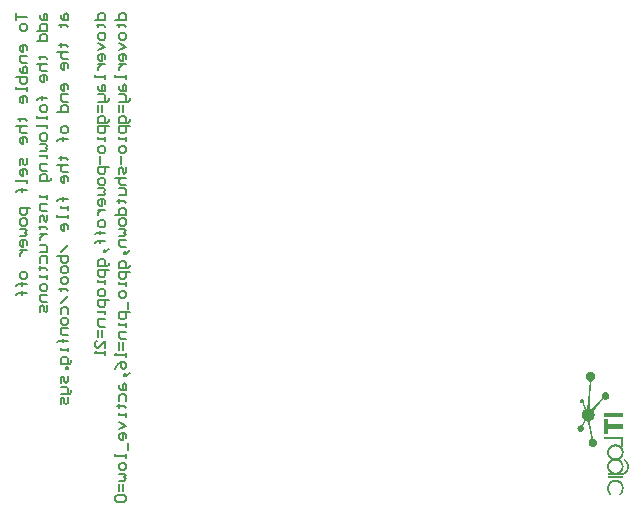
<source format=gbo>
G04*
G04 #@! TF.GenerationSoftware,Altium Limited,Altium Designer,19.1.8 (144)*
G04*
G04 Layer_Color=13813960*
%FSLAX25Y25*%
%MOIN*%
G70*
G01*
G75*
%ADD11C,0.00591*%
G36*
X237910Y71711D02*
X237940D01*
Y71681D01*
X238063D01*
Y71650D01*
X238185D01*
Y71589D01*
X238277D01*
Y71558D01*
X238369D01*
Y71528D01*
X238399D01*
Y71467D01*
X238491D01*
Y71436D01*
X238522D01*
Y71405D01*
X238552D01*
Y71375D01*
X238583D01*
Y71344D01*
X238644D01*
Y71314D01*
X238705D01*
Y71252D01*
X238736D01*
Y71191D01*
X238766D01*
Y71161D01*
X238797D01*
Y71130D01*
X238827D01*
Y71100D01*
X238858D01*
Y71008D01*
X238919D01*
Y70977D01*
X238950D01*
Y70885D01*
X239011D01*
Y70763D01*
X239042D01*
Y70671D01*
X239072D01*
Y70518D01*
X239103D01*
Y70488D01*
X239133D01*
Y69876D01*
X239072D01*
Y69723D01*
X239042D01*
Y69600D01*
X239011D01*
Y69509D01*
X238950D01*
Y69417D01*
X238919D01*
Y69325D01*
X238858D01*
Y69233D01*
X238827D01*
Y69203D01*
X238797D01*
Y69172D01*
X238766D01*
Y69142D01*
X238736D01*
Y69111D01*
X238705D01*
Y69080D01*
X238674D01*
Y69050D01*
X238644D01*
Y69019D01*
X238613D01*
Y68989D01*
X238583D01*
Y68958D01*
X238552D01*
Y68927D01*
X238522D01*
Y68897D01*
X238491D01*
Y68866D01*
X238399D01*
Y68836D01*
X238307D01*
Y68774D01*
X238216D01*
Y68744D01*
X238154D01*
Y68683D01*
X238063D01*
Y68652D01*
X237971D01*
Y68591D01*
X237940D01*
Y68560D01*
X237910D01*
Y68499D01*
X237879D01*
Y68377D01*
X237848D01*
Y68193D01*
X237818D01*
Y68163D01*
X237787D01*
Y67857D01*
X237757D01*
Y67520D01*
X237696D01*
Y67153D01*
X237665D01*
Y66725D01*
X237634D01*
Y66296D01*
X237573D01*
Y65807D01*
X237543D01*
Y65348D01*
X237512D01*
Y65317D01*
X237481D01*
Y64828D01*
X237451D01*
Y64308D01*
X237420D01*
Y63635D01*
X237359D01*
Y62901D01*
X237328D01*
Y62105D01*
X237298D01*
Y62075D01*
X237267D01*
Y61157D01*
X237237D01*
Y59658D01*
X237267D01*
Y59535D01*
X237328D01*
Y59444D01*
X237359D01*
Y59382D01*
X237481D01*
Y59352D01*
X237757D01*
Y59413D01*
X237818D01*
Y59444D01*
X237879D01*
Y59474D01*
X237910D01*
Y59505D01*
X237940D01*
Y59535D01*
X238032D01*
Y59566D01*
X238063D01*
Y59627D01*
X238093D01*
Y59658D01*
X238154D01*
Y59688D01*
X238246D01*
Y59750D01*
X238277D01*
Y59780D01*
X238307D01*
Y59811D01*
X238338D01*
Y59841D01*
X238369D01*
Y59872D01*
X238399D01*
Y59902D01*
X238430D01*
Y59933D01*
X238460D01*
Y59964D01*
X238491D01*
Y59994D01*
X238522D01*
Y60025D01*
X238552D01*
Y60055D01*
X238583D01*
Y60086D01*
X238613D01*
Y60117D01*
X238644D01*
Y60147D01*
X238674D01*
Y60178D01*
X238705D01*
Y60208D01*
X238736D01*
Y60239D01*
X238766D01*
Y60270D01*
X238797D01*
Y60300D01*
X238889D01*
Y60361D01*
X238919D01*
Y60392D01*
X238950D01*
Y60422D01*
X239011D01*
Y60484D01*
X239042D01*
Y60514D01*
X239103D01*
Y60575D01*
X239133D01*
Y60606D01*
X239194D01*
Y60637D01*
X239225D01*
Y60698D01*
X239256D01*
Y60759D01*
X239286D01*
Y60790D01*
X239317D01*
Y60820D01*
X239348D01*
Y60851D01*
X239378D01*
Y60881D01*
X239409D01*
Y60912D01*
X239439D01*
Y60943D01*
X239470D01*
Y60973D01*
X239500D01*
Y61004D01*
X239531D01*
Y61034D01*
X239562D01*
Y61065D01*
X239592D01*
Y61096D01*
X239623D01*
Y61126D01*
X239653D01*
Y61157D01*
X239684D01*
Y61187D01*
X239715D01*
Y61218D01*
X239745D01*
Y61248D01*
X239776D01*
Y61279D01*
X239806D01*
Y61310D01*
X239837D01*
Y61340D01*
X239868D01*
Y61371D01*
X239898D01*
Y61401D01*
X239929D01*
Y61432D01*
X239959D01*
Y61463D01*
X239990D01*
Y61493D01*
X240021D01*
Y61524D01*
X240051D01*
Y61554D01*
X240082D01*
Y61585D01*
X240112D01*
Y61677D01*
X240174D01*
Y61707D01*
X240204D01*
Y61738D01*
X240235D01*
Y61769D01*
X240265D01*
Y61799D01*
X240296D01*
Y61830D01*
X240326D01*
Y61891D01*
X240388D01*
Y61922D01*
X240418D01*
Y61952D01*
X240449D01*
Y61983D01*
X240479D01*
Y62013D01*
X240510D01*
Y62044D01*
X240541D01*
Y62105D01*
X240571D01*
Y62136D01*
X240602D01*
Y62197D01*
X240632D01*
Y62227D01*
X240694D01*
Y62289D01*
X240724D01*
Y62319D01*
X240755D01*
Y62350D01*
X240816D01*
Y62411D01*
X240846D01*
Y62442D01*
X240908D01*
Y62533D01*
X240938D01*
Y62564D01*
X240969D01*
Y62595D01*
X241000D01*
Y62625D01*
X241030D01*
Y62656D01*
X241061D01*
Y62686D01*
X241091D01*
Y62717D01*
X241122D01*
Y62748D01*
X241153D01*
Y62778D01*
X241183D01*
Y62809D01*
X241214D01*
Y62870D01*
X241244D01*
Y62901D01*
X241275D01*
Y62992D01*
X241336D01*
Y63145D01*
X241305D01*
Y63176D01*
X241275D01*
Y63298D01*
X241244D01*
Y63451D01*
X241214D01*
Y63818D01*
X241244D01*
Y64033D01*
X241275D01*
Y64155D01*
X241336D01*
Y64247D01*
X241367D01*
Y64338D01*
X241428D01*
Y64369D01*
X241458D01*
Y64461D01*
X241489D01*
Y64491D01*
X241550D01*
Y64553D01*
X241581D01*
Y64583D01*
X241642D01*
Y64644D01*
X241673D01*
Y64675D01*
X241764D01*
Y64705D01*
X241795D01*
Y64736D01*
X241887D01*
Y64797D01*
X241979D01*
Y64828D01*
X242070D01*
Y64889D01*
X242223D01*
Y64920D01*
X242774D01*
Y64889D01*
X242896D01*
Y64828D01*
X243049D01*
Y64797D01*
X243110D01*
Y64767D01*
X243172D01*
Y64705D01*
X243263D01*
Y64675D01*
X243294D01*
Y64644D01*
X243325D01*
Y64614D01*
X243355D01*
Y64583D01*
X243386D01*
Y64553D01*
X243416D01*
Y64491D01*
X243478D01*
Y64461D01*
X243508D01*
Y64430D01*
X243539D01*
Y64400D01*
X243569D01*
Y64338D01*
X243600D01*
Y64277D01*
X243631D01*
Y64216D01*
X243661D01*
Y64186D01*
X243692D01*
Y64063D01*
X243722D01*
Y63941D01*
X243783D01*
Y63329D01*
X243722D01*
Y63206D01*
X243692D01*
Y63115D01*
X243631D01*
Y63023D01*
X243600D01*
Y62962D01*
X243569D01*
Y62870D01*
X243508D01*
Y62809D01*
X243478D01*
Y62778D01*
X243416D01*
Y62717D01*
X243386D01*
Y62686D01*
X243355D01*
Y62656D01*
X243294D01*
Y62595D01*
X243263D01*
Y62625D01*
X243202D01*
Y62564D01*
X243172D01*
Y62533D01*
X243080D01*
Y62472D01*
X242988D01*
Y62442D01*
X242866D01*
Y62380D01*
X242835D01*
Y62411D01*
X242652D01*
Y62350D01*
X242315D01*
Y62411D01*
X242131D01*
Y62442D01*
X242009D01*
Y62472D01*
X241917D01*
Y62533D01*
X241703D01*
Y62472D01*
X241673D01*
Y62442D01*
X241581D01*
Y62380D01*
X241520D01*
Y62350D01*
X241489D01*
Y62319D01*
X241458D01*
Y62258D01*
X241397D01*
Y62227D01*
X241367D01*
Y62136D01*
X241336D01*
Y62105D01*
X241305D01*
Y62075D01*
X241275D01*
Y62044D01*
X241244D01*
Y62013D01*
X241183D01*
Y61952D01*
X241153D01*
Y61922D01*
X241122D01*
Y61891D01*
X241091D01*
Y61860D01*
X241061D01*
Y61799D01*
X241030D01*
Y61769D01*
X241000D01*
Y61738D01*
X240969D01*
Y61707D01*
X240938D01*
Y61677D01*
X240908D01*
Y61646D01*
X240877D01*
Y61616D01*
X240846D01*
Y61585D01*
X240816D01*
Y61493D01*
X240755D01*
Y61432D01*
X240724D01*
Y61401D01*
X240663D01*
Y61371D01*
X240632D01*
Y61279D01*
X240602D01*
Y61248D01*
X240571D01*
Y61218D01*
X240541D01*
Y61187D01*
X240510D01*
Y61157D01*
X240479D01*
Y61126D01*
X240449D01*
Y61096D01*
X240418D01*
Y61034D01*
X240388D01*
Y60973D01*
X240326D01*
Y60943D01*
X240296D01*
Y60881D01*
X240235D01*
Y60851D01*
X240204D01*
Y60759D01*
X240174D01*
Y60728D01*
X240112D01*
Y60667D01*
X240082D01*
Y60637D01*
X240021D01*
Y60575D01*
X239990D01*
Y60514D01*
X239959D01*
Y60484D01*
X239929D01*
Y60453D01*
X239898D01*
Y60422D01*
X239868D01*
Y60392D01*
X239837D01*
Y60361D01*
X239806D01*
Y60331D01*
X239776D01*
Y60300D01*
X239745D01*
Y60270D01*
X239715D01*
Y60208D01*
X239684D01*
Y60178D01*
X239653D01*
Y60117D01*
X239592D01*
Y60086D01*
X239562D01*
Y59994D01*
X239531D01*
Y59964D01*
X239500D01*
Y59933D01*
X239470D01*
Y59902D01*
X239439D01*
Y59841D01*
X239409D01*
Y59811D01*
X239378D01*
Y59780D01*
X239348D01*
Y59688D01*
X239286D01*
Y59658D01*
X239256D01*
Y59597D01*
X239225D01*
Y59535D01*
X239194D01*
Y59505D01*
X239164D01*
Y59474D01*
X239133D01*
Y59382D01*
X239072D01*
Y59352D01*
X239042D01*
Y59260D01*
X239011D01*
Y59229D01*
X238950D01*
Y59138D01*
X238919D01*
Y59107D01*
X238889D01*
Y59076D01*
X238858D01*
Y59015D01*
X238827D01*
Y58954D01*
X238797D01*
Y58893D01*
X238766D01*
Y58862D01*
X238736D01*
Y58832D01*
X238705D01*
Y58740D01*
X238644D01*
Y58709D01*
X238613D01*
Y58587D01*
X238583D01*
Y58465D01*
X238613D01*
Y58373D01*
X238644D01*
Y58312D01*
X238674D01*
Y58281D01*
X238705D01*
Y58189D01*
X238736D01*
Y58067D01*
X238797D01*
Y57945D01*
X238827D01*
Y57730D01*
X238858D01*
Y57027D01*
X238827D01*
Y56813D01*
X238797D01*
Y56690D01*
X238736D01*
Y56568D01*
X238705D01*
Y56476D01*
X238644D01*
Y56384D01*
X238613D01*
Y56323D01*
X238583D01*
Y56231D01*
X238522D01*
Y56170D01*
X238491D01*
Y56109D01*
X238460D01*
Y56078D01*
X238430D01*
Y56048D01*
X238399D01*
Y56017D01*
X238369D01*
Y55986D01*
X238338D01*
Y55956D01*
X238307D01*
Y55925D01*
X238277D01*
Y55895D01*
X238246D01*
Y55864D01*
X238216D01*
Y55834D01*
X238185D01*
Y55803D01*
X238154D01*
Y55772D01*
X238124D01*
Y55742D01*
X238093D01*
Y55711D01*
X238063D01*
Y55681D01*
X238032D01*
Y55650D01*
X238001D01*
Y55619D01*
X237910D01*
Y55589D01*
X237879D01*
Y55528D01*
X237848D01*
Y55558D01*
X237787D01*
Y55497D01*
X237696D01*
Y55467D01*
X237634D01*
Y55405D01*
X237543D01*
Y55375D01*
X237512D01*
Y55344D01*
X237481D01*
Y55283D01*
X237451D01*
Y54182D01*
X237481D01*
Y53814D01*
X237512D01*
Y53784D01*
X237543D01*
Y53509D01*
X237573D01*
Y53203D01*
X237604D01*
Y53172D01*
X237634D01*
Y52927D01*
X237665D01*
Y52652D01*
X237696D01*
Y52407D01*
X237726D01*
Y52377D01*
X237757D01*
Y52162D01*
X237787D01*
Y51918D01*
X237818D01*
Y51887D01*
X237848D01*
Y51642D01*
X237879D01*
Y51428D01*
X237910D01*
Y51245D01*
X237940D01*
Y51214D01*
X237971D01*
Y51000D01*
X238001D01*
Y50786D01*
X238063D01*
Y50572D01*
X238093D01*
Y50419D01*
X238124D01*
Y50388D01*
X238154D01*
Y50235D01*
X238185D01*
Y50082D01*
X238216D01*
Y49899D01*
X238277D01*
Y49776D01*
X238307D01*
Y49654D01*
X238338D01*
Y49623D01*
X238369D01*
Y49501D01*
X238399D01*
Y49470D01*
X238430D01*
Y49440D01*
X238460D01*
Y49409D01*
X238491D01*
Y49378D01*
X238613D01*
Y49317D01*
X238797D01*
Y49287D01*
X238858D01*
Y49256D01*
X238950D01*
Y49226D01*
X238980D01*
Y49195D01*
X239011D01*
Y49164D01*
X239072D01*
Y49134D01*
X239133D01*
Y49073D01*
X239164D01*
Y49042D01*
X239225D01*
Y48981D01*
X239256D01*
Y48950D01*
X239286D01*
Y48920D01*
X239348D01*
Y48858D01*
X239378D01*
Y48797D01*
X239409D01*
Y48767D01*
X239439D01*
Y48736D01*
X239470D01*
Y48644D01*
X239500D01*
Y48583D01*
X239531D01*
Y48553D01*
X239562D01*
Y48430D01*
X239592D01*
Y48277D01*
X239623D01*
Y48246D01*
X239653D01*
Y47788D01*
X239592D01*
Y47604D01*
X239562D01*
Y47482D01*
X239500D01*
Y47390D01*
X239470D01*
Y47329D01*
X239439D01*
Y47237D01*
X239378D01*
Y47176D01*
X239348D01*
Y47145D01*
X239317D01*
Y47115D01*
X239286D01*
Y47053D01*
X239256D01*
Y47023D01*
X239225D01*
Y46992D01*
X239133D01*
Y46931D01*
X239072D01*
Y46870D01*
X239042D01*
Y46839D01*
X238950D01*
Y46809D01*
X238858D01*
Y46778D01*
X238797D01*
Y46717D01*
X238644D01*
Y46686D01*
X238491D01*
Y46625D01*
X238032D01*
Y46686D01*
X237848D01*
Y46717D01*
X237726D01*
Y46778D01*
X237665D01*
Y46747D01*
X237634D01*
Y46809D01*
X237543D01*
Y46839D01*
X237512D01*
Y46900D01*
X237420D01*
Y46931D01*
X237390D01*
Y46962D01*
X237328D01*
Y47023D01*
X237298D01*
Y47053D01*
X237237D01*
Y47115D01*
X237206D01*
Y47145D01*
X237175D01*
Y47176D01*
X237114D01*
Y47267D01*
X237084D01*
Y47298D01*
X237053D01*
Y47329D01*
X237022D01*
Y47390D01*
X236992D01*
Y47512D01*
X236961D01*
Y47635D01*
X236931D01*
Y47665D01*
X236900D01*
Y47879D01*
X236870D01*
Y48216D01*
X236900D01*
Y48430D01*
X236931D01*
Y48461D01*
X236961D01*
Y48583D01*
X236992D01*
Y48644D01*
X237022D01*
Y48736D01*
X237084D01*
Y48828D01*
X237114D01*
Y48858D01*
X237145D01*
Y48889D01*
X237175D01*
Y48920D01*
X237206D01*
Y48981D01*
X237237D01*
Y49042D01*
X237298D01*
Y49073D01*
X237390D01*
Y49134D01*
X237420D01*
Y49164D01*
X237451D01*
Y49195D01*
X237543D01*
Y49256D01*
X237634D01*
Y49348D01*
X237665D01*
Y49715D01*
X237634D01*
Y50021D01*
X237604D01*
Y50296D01*
X237573D01*
Y50327D01*
X237543D01*
Y50572D01*
X237512D01*
Y50877D01*
X237451D01*
Y51122D01*
X237420D01*
Y51367D01*
X237390D01*
Y51612D01*
X237359D01*
Y51642D01*
X237328D01*
Y51856D01*
X237298D01*
Y52101D01*
X237267D01*
Y52132D01*
X237237D01*
Y52315D01*
X237206D01*
Y52591D01*
X237175D01*
Y52774D01*
X237145D01*
Y52805D01*
X237114D01*
Y52958D01*
X237084D01*
Y53172D01*
X237053D01*
Y53203D01*
X237022D01*
Y53355D01*
X236992D01*
Y53570D01*
X236961D01*
Y53692D01*
X236931D01*
Y53753D01*
X236900D01*
Y53906D01*
X236870D01*
Y54090D01*
X236808D01*
Y54243D01*
X236778D01*
Y54365D01*
X236747D01*
Y54396D01*
X236717D01*
Y54549D01*
X236686D01*
Y54671D01*
X236655D01*
Y54793D01*
X236625D01*
Y54824D01*
X236594D01*
Y54946D01*
X236563D01*
Y55069D01*
X236502D01*
Y55160D01*
X236472D01*
Y55191D01*
X236441D01*
Y55252D01*
X236349D01*
Y55283D01*
X236227D01*
Y55344D01*
X236074D01*
Y55375D01*
X235860D01*
Y55283D01*
X235829D01*
Y55252D01*
X235799D01*
Y55222D01*
X235768D01*
Y55160D01*
X235737D01*
Y55069D01*
X235707D01*
Y55038D01*
X235676D01*
Y55008D01*
X235646D01*
Y54946D01*
X235615D01*
Y54855D01*
X235554D01*
Y54763D01*
X235523D01*
Y54732D01*
X235493D01*
Y54702D01*
X235462D01*
Y54640D01*
X235432D01*
Y54549D01*
X235401D01*
Y54488D01*
X235370D01*
Y54457D01*
X235340D01*
Y54365D01*
X235309D01*
Y54304D01*
X235279D01*
Y54273D01*
X235248D01*
Y54212D01*
X235217D01*
Y54120D01*
X235187D01*
Y54059D01*
X235156D01*
Y54029D01*
X235126D01*
Y53906D01*
X235095D01*
Y53814D01*
X235034D01*
Y53692D01*
X235003D01*
Y53447D01*
X235034D01*
Y53417D01*
X235095D01*
Y53325D01*
X235126D01*
Y53233D01*
X235187D01*
Y53141D01*
X235217D01*
Y52927D01*
X235248D01*
Y52652D01*
X235217D01*
Y52499D01*
X235187D01*
Y52377D01*
X235126D01*
Y52285D01*
X235095D01*
Y52193D01*
X235034D01*
Y52162D01*
X235003D01*
Y52101D01*
X234973D01*
Y52071D01*
X234911D01*
Y52009D01*
X234881D01*
Y51979D01*
X234820D01*
Y51948D01*
X234789D01*
Y51918D01*
X234697D01*
Y51856D01*
X234606D01*
Y51826D01*
X234544D01*
Y51765D01*
X234361D01*
Y51734D01*
X234024D01*
Y51765D01*
X233841D01*
Y51826D01*
X233718D01*
Y51856D01*
X233627D01*
Y51887D01*
X233596D01*
Y51948D01*
X233504D01*
Y51979D01*
X233474D01*
Y52009D01*
X233443D01*
Y52040D01*
X233413D01*
Y52071D01*
X233382D01*
Y52101D01*
X233351D01*
Y52162D01*
X233321D01*
Y52193D01*
X233290D01*
Y52224D01*
X233260D01*
Y52315D01*
X233198D01*
Y52407D01*
X233168D01*
Y52530D01*
X233137D01*
Y52560D01*
X233106D01*
Y53050D01*
X233137D01*
Y53080D01*
X233168D01*
Y53203D01*
X233198D01*
Y53325D01*
X233260D01*
Y53355D01*
X233290D01*
Y53447D01*
X233321D01*
Y53478D01*
X233351D01*
Y53509D01*
X233382D01*
Y53539D01*
X233413D01*
Y53570D01*
X233474D01*
Y53631D01*
X233504D01*
Y53662D01*
X233535D01*
Y53692D01*
X233627D01*
Y53753D01*
X233718D01*
Y53784D01*
X233810D01*
Y53845D01*
X233841D01*
Y53814D01*
X233932D01*
Y53876D01*
X234544D01*
Y53906D01*
X234575D01*
Y53967D01*
X234636D01*
Y54059D01*
X234667D01*
Y54120D01*
X234697D01*
Y54212D01*
X234759D01*
Y54304D01*
X234789D01*
Y54396D01*
X234850D01*
Y54488D01*
X234881D01*
Y54549D01*
X234911D01*
Y54671D01*
X234942D01*
Y54702D01*
X234973D01*
Y54763D01*
X235003D01*
Y54855D01*
X235065D01*
Y55008D01*
X235095D01*
Y55069D01*
X235126D01*
Y55099D01*
X235156D01*
Y55160D01*
X235187D01*
Y55283D01*
X235217D01*
Y55375D01*
X235279D01*
Y55497D01*
X235309D01*
Y55589D01*
X235340D01*
Y55619D01*
X235370D01*
Y55742D01*
X235309D01*
Y55803D01*
X235279D01*
Y55834D01*
X235217D01*
Y55895D01*
X235187D01*
Y55925D01*
X235126D01*
Y55956D01*
X235095D01*
Y56048D01*
X235065D01*
Y56078D01*
X235034D01*
Y56109D01*
X235003D01*
Y56139D01*
X234973D01*
Y56231D01*
X234911D01*
Y56262D01*
X234881D01*
Y56354D01*
X234850D01*
Y56445D01*
X234789D01*
Y56537D01*
X234759D01*
Y56660D01*
X234697D01*
Y56782D01*
X234667D01*
Y56935D01*
X234636D01*
Y57271D01*
X234606D01*
Y57302D01*
X234575D01*
Y57486D01*
X234636D01*
Y57822D01*
X234667D01*
Y57975D01*
X234697D01*
Y58097D01*
X234728D01*
Y58128D01*
X234759D01*
Y58250D01*
X234789D01*
Y58342D01*
X234850D01*
Y58434D01*
X234881D01*
Y58495D01*
X234911D01*
Y58526D01*
X234942D01*
Y58556D01*
X234973D01*
Y58618D01*
X235003D01*
Y58679D01*
X235065D01*
Y58709D01*
X235095D01*
Y58771D01*
X235126D01*
Y58801D01*
X235156D01*
Y58862D01*
X235187D01*
Y58893D01*
X235217D01*
Y58924D01*
X235279D01*
Y58954D01*
X235340D01*
Y58985D01*
X235370D01*
Y59015D01*
X235401D01*
Y59046D01*
X235432D01*
Y59107D01*
X235493D01*
Y59138D01*
X235523D01*
Y59229D01*
X235493D01*
Y59382D01*
X235462D01*
Y59413D01*
X235432D01*
Y59566D01*
X235401D01*
Y59688D01*
X235370D01*
Y59841D01*
X235340D01*
Y59872D01*
X235309D01*
Y59994D01*
X235279D01*
Y60117D01*
X235217D01*
Y60239D01*
X235187D01*
Y60361D01*
X235156D01*
Y60484D01*
X235126D01*
Y60514D01*
X235095D01*
Y60637D01*
X235065D01*
Y60728D01*
X235003D01*
Y60851D01*
X234973D01*
Y60973D01*
X234911D01*
Y61065D01*
X234881D01*
Y61157D01*
X234850D01*
Y61187D01*
X234483D01*
Y61248D01*
X234361D01*
Y61279D01*
X234330D01*
Y61340D01*
X234269D01*
Y61310D01*
X234239D01*
Y61371D01*
X234208D01*
Y61401D01*
X234147D01*
Y61493D01*
X234116D01*
Y61524D01*
X234085D01*
Y61554D01*
X234055D01*
Y61616D01*
X234024D01*
Y61830D01*
X233994D01*
Y61983D01*
X234024D01*
Y62136D01*
X234055D01*
Y62227D01*
X234116D01*
Y62319D01*
X234147D01*
Y62350D01*
X234177D01*
Y62380D01*
X234208D01*
Y62411D01*
X234239D01*
Y62442D01*
X234269D01*
Y62472D01*
X234361D01*
Y62533D01*
X234453D01*
Y62564D01*
X234911D01*
Y62533D01*
X235034D01*
Y62503D01*
X235065D01*
Y62472D01*
X235095D01*
Y62442D01*
X235126D01*
Y62380D01*
X235187D01*
Y62411D01*
X235217D01*
Y62319D01*
X235248D01*
Y62289D01*
X235279D01*
Y62258D01*
X235309D01*
Y62197D01*
X235340D01*
Y62105D01*
X235401D01*
Y61677D01*
X235370D01*
Y61646D01*
X235340D01*
Y61585D01*
X235309D01*
Y61493D01*
X235248D01*
Y61432D01*
X235217D01*
Y61279D01*
X235248D01*
Y61218D01*
X235279D01*
Y61187D01*
X235309D01*
Y61065D01*
X235340D01*
Y61004D01*
X235370D01*
Y60973D01*
X235401D01*
Y60912D01*
X235432D01*
Y60790D01*
X235462D01*
Y60698D01*
X235523D01*
Y60606D01*
X235554D01*
Y60514D01*
X235615D01*
Y60392D01*
X235646D01*
Y60300D01*
X235676D01*
Y60239D01*
X235707D01*
Y60208D01*
X235737D01*
Y60147D01*
X235768D01*
Y60055D01*
X235799D01*
Y60025D01*
X235829D01*
Y59964D01*
X235860D01*
Y59841D01*
X235891D01*
Y59750D01*
X235952D01*
Y59658D01*
X235982D01*
Y59566D01*
X236044D01*
Y59535D01*
X236074D01*
Y59444D01*
X236227D01*
Y59505D01*
X236258D01*
Y59566D01*
X236288D01*
Y59658D01*
X236349D01*
Y59780D01*
X236380D01*
Y59994D01*
X236411D01*
Y60025D01*
X236441D01*
Y60300D01*
X236472D01*
Y60606D01*
X236502D01*
Y60943D01*
X236563D01*
Y61279D01*
X236594D01*
Y61616D01*
X236625D01*
Y61646D01*
X236655D01*
Y61983D01*
X236686D01*
Y62350D01*
X236717D01*
Y62748D01*
X236778D01*
Y63176D01*
X236808D01*
Y63543D01*
X236839D01*
Y63574D01*
X236870D01*
Y64002D01*
X236900D01*
Y64400D01*
X236931D01*
Y64461D01*
X236961D01*
Y64859D01*
X236992D01*
Y65317D01*
X237022D01*
Y65807D01*
X237053D01*
Y65838D01*
X237084D01*
Y66419D01*
X237114D01*
Y67184D01*
X237145D01*
Y67214D01*
X237175D01*
Y68438D01*
X237145D01*
Y68468D01*
X237114D01*
Y68591D01*
X237084D01*
Y68652D01*
X237022D01*
Y68683D01*
X236961D01*
Y68713D01*
X236931D01*
Y68744D01*
X236870D01*
Y68774D01*
X236778D01*
Y68805D01*
X236747D01*
Y68836D01*
X236717D01*
Y68866D01*
X236655D01*
Y68897D01*
X236594D01*
Y68958D01*
X236563D01*
Y68989D01*
X236472D01*
Y69019D01*
X236441D01*
Y69050D01*
X236411D01*
Y69080D01*
X236380D01*
Y69111D01*
X236349D01*
Y69203D01*
X236288D01*
Y69233D01*
X236258D01*
Y69295D01*
X236227D01*
Y69356D01*
X236196D01*
Y69386D01*
X236166D01*
Y69447D01*
X236135D01*
Y69539D01*
X236074D01*
Y69662D01*
X236044D01*
Y69784D01*
X236013D01*
Y70059D01*
X235952D01*
Y70274D01*
X235982D01*
Y70304D01*
X236013D01*
Y70579D01*
X236044D01*
Y70702D01*
X236074D01*
Y70793D01*
X236135D01*
Y70916D01*
X236166D01*
Y70977D01*
X236227D01*
Y71069D01*
X236258D01*
Y71100D01*
X236288D01*
Y71161D01*
X236319D01*
Y71191D01*
X236349D01*
Y71222D01*
X236380D01*
Y71252D01*
X236411D01*
Y71283D01*
X236441D01*
Y71314D01*
X236472D01*
Y71344D01*
X236502D01*
Y71375D01*
X236533D01*
Y71405D01*
X236563D01*
Y71436D01*
X236655D01*
Y71497D01*
X236686D01*
Y71528D01*
X236778D01*
Y71558D01*
X236870D01*
Y71589D01*
X236931D01*
Y71619D01*
X236961D01*
Y71650D01*
X237022D01*
Y71681D01*
X237206D01*
Y71742D01*
X237910D01*
Y71711D01*
D02*
G37*
G36*
X248372Y56598D02*
X248342D01*
Y56629D01*
X241917D01*
Y56598D01*
X241887D01*
Y58159D01*
X248372D01*
Y56598D01*
D02*
G37*
G36*
X241917Y56170D02*
X243202D01*
Y54426D01*
X248372D01*
Y52836D01*
X243202D01*
Y51092D01*
X241887D01*
Y56201D01*
X241917D01*
Y56170D01*
D02*
G37*
G36*
Y50174D02*
X248372D01*
Y46809D01*
X247761D01*
Y46717D01*
X247822D01*
Y46686D01*
X247852D01*
Y46656D01*
X247883D01*
Y46595D01*
X247944D01*
Y46564D01*
X247975D01*
Y46503D01*
X248036D01*
Y46411D01*
X248066D01*
Y46380D01*
X248097D01*
Y46319D01*
X248128D01*
Y46289D01*
X248158D01*
Y46258D01*
X248189D01*
Y46166D01*
X248250D01*
Y46074D01*
X248281D01*
Y46013D01*
X248311D01*
Y45921D01*
X248372D01*
Y45799D01*
X248403D01*
Y45646D01*
X248464D01*
Y45432D01*
X248495D01*
Y45187D01*
X248525D01*
Y44575D01*
X248495D01*
Y44331D01*
X248464D01*
Y44117D01*
X248434D01*
Y44086D01*
X248403D01*
Y43964D01*
X248372D01*
Y43841D01*
X248311D01*
Y43749D01*
X248281D01*
Y43688D01*
X248250D01*
Y43596D01*
X248189D01*
Y43505D01*
X248158D01*
Y43474D01*
X248128D01*
Y43443D01*
X248097D01*
Y43382D01*
X248066D01*
Y43321D01*
X248036D01*
Y43260D01*
X248005D01*
Y43229D01*
X247975D01*
Y43199D01*
X247944D01*
Y43168D01*
X247914D01*
Y43137D01*
X247883D01*
Y43107D01*
X247852D01*
Y43076D01*
X247822D01*
Y43046D01*
X247791D01*
Y43015D01*
X247761D01*
Y42985D01*
X247730D01*
Y42954D01*
X247699D01*
Y42923D01*
X247669D01*
Y42893D01*
X247638D01*
Y42862D01*
X247608D01*
Y42832D01*
X247577D01*
Y42801D01*
X247546D01*
Y42770D01*
X247455D01*
Y42740D01*
X247424D01*
Y42679D01*
X247393D01*
Y42648D01*
X247302D01*
Y42617D01*
X247271D01*
Y42587D01*
X247240D01*
Y42556D01*
X247179D01*
Y42495D01*
X247210D01*
Y42434D01*
X247302D01*
Y42403D01*
X247332D01*
Y42342D01*
X247424D01*
Y42311D01*
X247455D01*
Y42281D01*
X247516D01*
Y42220D01*
X247546D01*
Y42189D01*
X247638D01*
Y42158D01*
X247669D01*
Y42097D01*
X247730D01*
Y42067D01*
X247761D01*
Y42006D01*
X247822D01*
Y41975D01*
X247852D01*
Y41944D01*
X247883D01*
Y41853D01*
X247944D01*
Y41791D01*
X247975D01*
Y41761D01*
X248036D01*
Y41700D01*
X248066D01*
Y41638D01*
X248097D01*
Y41608D01*
X248128D01*
Y41577D01*
X248158D01*
Y41486D01*
X248189D01*
Y41424D01*
X248219D01*
Y41394D01*
X248250D01*
Y41333D01*
X248281D01*
Y41241D01*
X248311D01*
Y41180D01*
X248342D01*
Y41149D01*
X248372D01*
Y41027D01*
X248403D01*
Y40904D01*
X248464D01*
Y40721D01*
X248495D01*
Y40445D01*
X248525D01*
Y39864D01*
X248495D01*
Y39558D01*
X248464D01*
Y39405D01*
X248434D01*
Y39375D01*
X248403D01*
Y39252D01*
X248372D01*
Y39130D01*
X248311D01*
Y39038D01*
X248281D01*
Y38916D01*
X248250D01*
Y38885D01*
X248189D01*
Y38793D01*
X248158D01*
Y38702D01*
X248097D01*
Y38671D01*
X248066D01*
Y38579D01*
X248036D01*
Y38549D01*
X248005D01*
Y38518D01*
X247975D01*
Y38487D01*
X247944D01*
Y38396D01*
X247883D01*
Y38365D01*
X247852D01*
Y38334D01*
X247822D01*
Y38273D01*
X247761D01*
Y38243D01*
X247730D01*
Y38181D01*
X247669D01*
Y38151D01*
X247638D01*
Y38059D01*
X248158D01*
Y38120D01*
X248434D01*
Y38151D01*
X248556D01*
Y38181D01*
X248678D01*
Y38243D01*
X248770D01*
Y38273D01*
X248862D01*
Y38334D01*
X248892D01*
Y38365D01*
X248984D01*
Y38426D01*
X249015D01*
Y38457D01*
X249076D01*
Y38518D01*
X249107D01*
Y38549D01*
X249137D01*
Y38579D01*
X249198D01*
Y38640D01*
X249229D01*
Y38702D01*
X249260D01*
Y38732D01*
X249290D01*
Y38763D01*
X249321D01*
Y38855D01*
X249351D01*
Y38916D01*
X249382D01*
Y38946D01*
X249413D01*
Y39007D01*
X249443D01*
Y39099D01*
X249504D01*
Y39191D01*
X249535D01*
Y39313D01*
X249566D01*
Y39344D01*
X249596D01*
Y39527D01*
X249627D01*
Y39834D01*
X249657D01*
Y40323D01*
X249627D01*
Y40629D01*
X249596D01*
Y40782D01*
X249566D01*
Y40812D01*
X249535D01*
Y40935D01*
X249504D01*
Y41057D01*
X249443D01*
Y41149D01*
X249413D01*
Y41241D01*
X249351D01*
Y41333D01*
X249321D01*
Y41363D01*
X249290D01*
Y41424D01*
X249260D01*
Y41455D01*
X249229D01*
Y41486D01*
X249198D01*
Y41516D01*
X249168D01*
Y41547D01*
X249137D01*
Y41608D01*
X249107D01*
Y41669D01*
X249076D01*
Y41700D01*
X248984D01*
Y41730D01*
X248954D01*
Y41761D01*
X248923D01*
Y41791D01*
X248892D01*
Y41822D01*
X248862D01*
Y41883D01*
X248770D01*
Y41914D01*
X248709D01*
Y41975D01*
X248648D01*
Y42679D01*
X248678D01*
Y42709D01*
X248709D01*
Y42648D01*
X248801D01*
Y42617D01*
X248892D01*
Y42556D01*
X248984D01*
Y42526D01*
X249045D01*
Y42495D01*
X249076D01*
Y42465D01*
X249107D01*
Y42434D01*
X249198D01*
Y42403D01*
X249229D01*
Y42342D01*
X249321D01*
Y42311D01*
X249351D01*
Y42281D01*
X249382D01*
Y42250D01*
X249413D01*
Y42220D01*
X249443D01*
Y42189D01*
X249474D01*
Y42158D01*
X249504D01*
Y42128D01*
X249535D01*
Y42097D01*
X249566D01*
Y42067D01*
X249596D01*
Y42036D01*
X249627D01*
Y42006D01*
X249657D01*
Y41975D01*
X249688D01*
Y41883D01*
X249749D01*
Y41853D01*
X249780D01*
Y41791D01*
X249841D01*
Y41700D01*
X249871D01*
Y41638D01*
X249902D01*
Y41547D01*
X249963D01*
Y41455D01*
X249994D01*
Y41363D01*
X250055D01*
Y41241D01*
X250086D01*
Y41118D01*
X250116D01*
Y40965D01*
X250147D01*
Y40935D01*
X250177D01*
Y40721D01*
X250208D01*
Y40384D01*
X250269D01*
Y39711D01*
X250239D01*
Y39680D01*
X250208D01*
Y39375D01*
X250177D01*
Y39191D01*
X250147D01*
Y39160D01*
X250116D01*
Y39038D01*
X250086D01*
Y38916D01*
X250055D01*
Y38793D01*
X249994D01*
Y38702D01*
X249963D01*
Y38610D01*
X249902D01*
Y38518D01*
X249871D01*
Y38457D01*
X249841D01*
Y38426D01*
X249810D01*
Y38396D01*
X249780D01*
Y38304D01*
X249749D01*
Y38273D01*
X249688D01*
Y38243D01*
X249657D01*
Y38151D01*
X249627D01*
Y38120D01*
X249596D01*
Y38090D01*
X249566D01*
Y38059D01*
X249535D01*
Y38028D01*
X249504D01*
Y37998D01*
X249474D01*
Y37967D01*
X249443D01*
Y37937D01*
X249351D01*
Y37876D01*
X249321D01*
Y37845D01*
X249260D01*
Y37814D01*
X249198D01*
Y37784D01*
X249168D01*
Y37753D01*
X249137D01*
Y37723D01*
X249045D01*
Y37692D01*
X248984D01*
Y37631D01*
X248892D01*
Y37600D01*
X248740D01*
Y37570D01*
X248617D01*
Y37508D01*
X248495D01*
Y37478D01*
X248281D01*
Y37417D01*
X247883D01*
Y37386D01*
X243172D01*
Y38059D01*
X243936D01*
Y38151D01*
X243906D01*
Y38181D01*
X243875D01*
Y38212D01*
X243845D01*
Y38243D01*
X243814D01*
Y38273D01*
X243783D01*
Y38304D01*
X243753D01*
Y38334D01*
X243722D01*
Y38365D01*
X243692D01*
Y38396D01*
X243661D01*
Y38487D01*
X243600D01*
Y38518D01*
X243569D01*
Y38579D01*
X243508D01*
Y38671D01*
X243478D01*
Y38702D01*
X243447D01*
Y38793D01*
X243386D01*
Y38824D01*
X243355D01*
Y38916D01*
X243294D01*
Y39007D01*
X243263D01*
Y39099D01*
X243233D01*
Y39222D01*
X243172D01*
Y39344D01*
X243141D01*
Y39527D01*
X243080D01*
Y39742D01*
X243049D01*
Y40568D01*
X243080D01*
Y40751D01*
X243110D01*
Y40782D01*
X243141D01*
Y40935D01*
X243172D01*
Y41057D01*
X243202D01*
Y41088D01*
X243233D01*
Y41210D01*
X243263D01*
Y41271D01*
X243294D01*
Y41363D01*
X243355D01*
Y41455D01*
X243386D01*
Y41486D01*
X243416D01*
Y41516D01*
X243447D01*
Y41577D01*
X243478D01*
Y41638D01*
X243508D01*
Y41700D01*
X243539D01*
Y41730D01*
X243569D01*
Y41761D01*
X243600D01*
Y41791D01*
X243631D01*
Y41822D01*
X243661D01*
Y41883D01*
X243692D01*
Y41914D01*
X243722D01*
Y41975D01*
X243783D01*
Y42006D01*
X243814D01*
Y42036D01*
X243845D01*
Y42067D01*
X243875D01*
Y42097D01*
X243906D01*
Y42128D01*
X243936D01*
Y42189D01*
X243998D01*
Y42220D01*
X244089D01*
Y42281D01*
X244120D01*
Y42311D01*
X244151D01*
Y42342D01*
X244242D01*
Y42403D01*
X244303D01*
Y42434D01*
X244395D01*
Y42495D01*
X244426D01*
Y42556D01*
X244334D01*
Y42587D01*
X244303D01*
Y42648D01*
X244212D01*
Y42679D01*
X244181D01*
Y42709D01*
X244151D01*
Y42740D01*
X244120D01*
Y42770D01*
X244028D01*
Y42832D01*
X243998D01*
Y42862D01*
X243936D01*
Y42893D01*
X243906D01*
Y42954D01*
X243875D01*
Y42985D01*
X243814D01*
Y43046D01*
X243783D01*
Y43076D01*
X243722D01*
Y43107D01*
X243692D01*
Y43168D01*
X243661D01*
Y43199D01*
X243600D01*
Y43229D01*
X243569D01*
Y43321D01*
X243539D01*
Y43352D01*
X243508D01*
Y43382D01*
X243478D01*
Y43443D01*
X243447D01*
Y43505D01*
X243386D01*
Y43596D01*
X243355D01*
Y43658D01*
X243325D01*
Y43688D01*
X243294D01*
Y43749D01*
X243263D01*
Y43841D01*
X243233D01*
Y43964D01*
X243172D01*
Y44086D01*
X243141D01*
Y44239D01*
X243080D01*
Y44484D01*
X243049D01*
Y45279D01*
X243080D01*
Y45524D01*
X243141D01*
Y45707D01*
X243172D01*
Y45830D01*
X243233D01*
Y45921D01*
X243263D01*
Y45983D01*
X243294D01*
Y46074D01*
X243355D01*
Y46166D01*
X243386D01*
Y46258D01*
X243447D01*
Y46350D01*
X243478D01*
Y46380D01*
X243508D01*
Y46411D01*
X243539D01*
Y46442D01*
X243569D01*
Y46503D01*
X243600D01*
Y46564D01*
X243661D01*
Y46595D01*
X243692D01*
Y46625D01*
X243722D01*
Y46686D01*
X243783D01*
Y46717D01*
X243814D01*
Y46747D01*
X243845D01*
Y46778D01*
X243875D01*
Y46809D01*
X243906D01*
Y46839D01*
X243936D01*
Y46900D01*
X243998D01*
Y46931D01*
X244028D01*
Y46962D01*
X244059D01*
Y46992D01*
X244089D01*
Y47023D01*
X244181D01*
Y47084D01*
X244212D01*
Y47115D01*
X244242D01*
Y47145D01*
X244334D01*
Y47176D01*
X244426D01*
Y47237D01*
X244457D01*
Y47267D01*
X244548D01*
Y47329D01*
X244640D01*
Y47359D01*
X244762D01*
Y47390D01*
X244885D01*
Y47451D01*
X245038D01*
Y47482D01*
X245191D01*
Y47543D01*
X245466D01*
Y47574D01*
X246139D01*
Y47543D01*
X246384D01*
Y47482D01*
X246567D01*
Y47451D01*
X246720D01*
Y47420D01*
X246751D01*
Y47390D01*
X246812D01*
Y47359D01*
X246935D01*
Y47329D01*
X247026D01*
Y47267D01*
X247118D01*
Y47237D01*
X247179D01*
Y47176D01*
X247240D01*
Y47145D01*
X247332D01*
Y47115D01*
X247393D01*
Y47053D01*
X247424D01*
Y47023D01*
X247516D01*
Y46992D01*
X247546D01*
Y46931D01*
X247608D01*
Y46900D01*
X247699D01*
Y49501D01*
X241887D01*
Y50204D01*
X241917D01*
Y50174D01*
D02*
G37*
G36*
X248372Y36193D02*
X243172D01*
Y36866D01*
X248372D01*
Y36193D01*
D02*
G37*
G36*
X246170Y35703D02*
X246445D01*
Y35673D01*
X246598D01*
Y35612D01*
X246720D01*
Y35581D01*
X246873D01*
Y35550D01*
X246935D01*
Y35520D01*
X246965D01*
Y35489D01*
X247026D01*
Y35459D01*
X247118D01*
Y35397D01*
X247210D01*
Y35367D01*
X247240D01*
Y35336D01*
X247332D01*
Y35306D01*
X247363D01*
Y35275D01*
X247393D01*
Y35245D01*
X247424D01*
Y35183D01*
X247516D01*
Y35153D01*
X247546D01*
Y35122D01*
X247608D01*
Y35061D01*
X247638D01*
Y35030D01*
X247669D01*
Y35000D01*
X247730D01*
Y34939D01*
X247761D01*
Y34908D01*
X247822D01*
Y34847D01*
X247852D01*
Y34816D01*
X247883D01*
Y34786D01*
X247944D01*
Y34725D01*
X247975D01*
Y34663D01*
X248005D01*
Y34633D01*
X248036D01*
Y34602D01*
X248066D01*
Y34510D01*
X248097D01*
Y34480D01*
X248158D01*
Y34388D01*
X248189D01*
Y34296D01*
X248250D01*
Y34204D01*
X248281D01*
Y34143D01*
X248311D01*
Y34051D01*
X248372D01*
Y33929D01*
X248403D01*
Y33807D01*
X248434D01*
Y33776D01*
X248464D01*
Y33562D01*
X248495D01*
Y33317D01*
X248525D01*
Y32583D01*
X248495D01*
Y32277D01*
X248464D01*
Y32124D01*
X248434D01*
Y32094D01*
X248403D01*
Y31940D01*
X248372D01*
Y31818D01*
X248342D01*
Y31787D01*
X248311D01*
Y31665D01*
X248281D01*
Y31604D01*
X248250D01*
Y31512D01*
X248189D01*
Y31420D01*
X248158D01*
Y31329D01*
X248097D01*
Y31237D01*
X248066D01*
Y31206D01*
X248036D01*
Y31145D01*
X248005D01*
Y31115D01*
X247975D01*
Y31084D01*
X247944D01*
Y30992D01*
X247883D01*
Y30961D01*
X247852D01*
Y30900D01*
X247822D01*
Y30870D01*
X247761D01*
Y30809D01*
X247730D01*
Y30778D01*
X247669D01*
Y30747D01*
X247638D01*
Y30686D01*
X247608D01*
Y30656D01*
X247546D01*
Y30594D01*
X247516D01*
Y30564D01*
X247455D01*
Y30533D01*
X247393D01*
Y30503D01*
X247332D01*
Y30564D01*
X247302D01*
Y30594D01*
X247271D01*
Y30686D01*
X247210D01*
Y30747D01*
X247179D01*
Y30809D01*
X247149D01*
Y30839D01*
X247118D01*
Y30870D01*
X247088D01*
Y30961D01*
X247057D01*
Y30992D01*
X247026D01*
Y31023D01*
X247057D01*
Y31053D01*
X247088D01*
Y31084D01*
X247118D01*
Y31115D01*
X247149D01*
Y31145D01*
X247179D01*
Y31176D01*
X247210D01*
Y31206D01*
X247240D01*
Y31237D01*
X247271D01*
Y31267D01*
X247302D01*
Y31298D01*
X247332D01*
Y31329D01*
X247363D01*
Y31359D01*
X247393D01*
Y31390D01*
X247424D01*
Y31420D01*
X247455D01*
Y31451D01*
X247485D01*
Y31512D01*
X247516D01*
Y31573D01*
X247546D01*
Y31635D01*
X247577D01*
Y31665D01*
X247608D01*
Y31696D01*
X247638D01*
Y31757D01*
X247669D01*
Y31787D01*
X247699D01*
Y31879D01*
X247730D01*
Y31940D01*
X247761D01*
Y31971D01*
X247791D01*
Y32094D01*
X247822D01*
Y32216D01*
X247852D01*
Y32369D01*
X247914D01*
Y32767D01*
X247944D01*
Y33011D01*
X247914D01*
Y33348D01*
X247852D01*
Y33562D01*
X247822D01*
Y33684D01*
X247791D01*
Y33746D01*
X247761D01*
Y33776D01*
X247730D01*
Y33868D01*
X247699D01*
Y33960D01*
X247638D01*
Y34051D01*
X247608D01*
Y34113D01*
X247577D01*
Y34143D01*
X247546D01*
Y34174D01*
X247516D01*
Y34204D01*
X247485D01*
Y34296D01*
X247424D01*
Y34327D01*
X247393D01*
Y34388D01*
X247332D01*
Y34418D01*
X247302D01*
Y34449D01*
X247271D01*
Y34510D01*
X247210D01*
Y34541D01*
X247179D01*
Y34602D01*
X247118D01*
Y34633D01*
X247057D01*
Y34663D01*
X247026D01*
Y34694D01*
X246996D01*
Y34725D01*
X246965D01*
Y34786D01*
X246904D01*
Y34755D01*
X246873D01*
Y34816D01*
X246782D01*
Y34847D01*
X246690D01*
Y34908D01*
X246629D01*
Y34939D01*
X246476D01*
Y35000D01*
X246384D01*
Y34969D01*
X246353D01*
Y35030D01*
X246200D01*
Y35061D01*
X245374D01*
Y35030D01*
X245191D01*
Y34969D01*
X245160D01*
Y35000D01*
X245068D01*
Y34939D01*
X244915D01*
Y34908D01*
X244854D01*
Y34847D01*
X244762D01*
Y34816D01*
X244671D01*
Y34755D01*
X244640D01*
Y34725D01*
X244548D01*
Y34694D01*
X244518D01*
Y34663D01*
X244487D01*
Y34633D01*
X244457D01*
Y34602D01*
X244426D01*
Y34571D01*
X244395D01*
Y34541D01*
X244365D01*
Y34510D01*
X244334D01*
Y34480D01*
X244303D01*
Y34449D01*
X244273D01*
Y34418D01*
X244242D01*
Y34388D01*
X244212D01*
Y34357D01*
X244181D01*
Y34327D01*
X244151D01*
Y34296D01*
X244120D01*
Y34266D01*
X244089D01*
Y34235D01*
X244059D01*
Y34174D01*
X244028D01*
Y34113D01*
X243998D01*
Y34051D01*
X243967D01*
Y34021D01*
X243936D01*
Y33960D01*
X243906D01*
Y33868D01*
X243845D01*
Y33776D01*
X243814D01*
Y33654D01*
X243783D01*
Y33531D01*
X243722D01*
Y33317D01*
X243692D01*
Y32461D01*
X243722D01*
Y32246D01*
X243783D01*
Y32063D01*
X243814D01*
Y32002D01*
X243845D01*
Y31879D01*
X243875D01*
Y31849D01*
X243906D01*
Y31787D01*
X243936D01*
Y31696D01*
X243998D01*
Y31635D01*
X244028D01*
Y31573D01*
X244059D01*
Y31543D01*
X244089D01*
Y31512D01*
X244120D01*
Y31420D01*
X244151D01*
Y31390D01*
X244212D01*
Y31359D01*
X244242D01*
Y31298D01*
X244273D01*
Y31267D01*
X244334D01*
Y31206D01*
X244365D01*
Y31176D01*
X244426D01*
Y31145D01*
X244457D01*
Y31084D01*
X244487D01*
Y31053D01*
X244579D01*
Y30992D01*
X244548D01*
Y30900D01*
X244487D01*
Y30870D01*
X244457D01*
Y30778D01*
X244426D01*
Y30717D01*
X244395D01*
Y30686D01*
X244365D01*
Y30656D01*
X244334D01*
Y30564D01*
X244273D01*
Y30533D01*
X244242D01*
Y30472D01*
X244212D01*
Y30533D01*
X244181D01*
Y30564D01*
X244089D01*
Y30594D01*
X244059D01*
Y30625D01*
X244028D01*
Y30656D01*
X243998D01*
Y30686D01*
X243967D01*
Y30717D01*
X243936D01*
Y30747D01*
X243906D01*
Y30778D01*
X243875D01*
Y30809D01*
X243845D01*
Y30839D01*
X243814D01*
Y30870D01*
X243783D01*
Y30900D01*
X243753D01*
Y30931D01*
X243722D01*
Y30961D01*
X243692D01*
Y30992D01*
X243661D01*
Y31023D01*
X243631D01*
Y31053D01*
X243600D01*
Y31115D01*
X243569D01*
Y31176D01*
X243508D01*
Y31206D01*
X243478D01*
Y31298D01*
X243447D01*
Y31359D01*
X243416D01*
Y31390D01*
X243386D01*
Y31451D01*
X243355D01*
Y31543D01*
X243325D01*
Y31573D01*
X243294D01*
Y31635D01*
X243263D01*
Y31757D01*
X243233D01*
Y31849D01*
X243172D01*
Y32032D01*
X243141D01*
Y32185D01*
X243110D01*
Y32216D01*
X243080D01*
Y32461D01*
X243049D01*
Y33287D01*
X243080D01*
Y33531D01*
X243141D01*
Y33746D01*
X243172D01*
Y33868D01*
X243202D01*
Y33898D01*
X243233D01*
Y34021D01*
X243263D01*
Y34082D01*
X243294D01*
Y34204D01*
X243325D01*
Y34235D01*
X243355D01*
Y34296D01*
X243386D01*
Y34357D01*
X243447D01*
Y34449D01*
X243478D01*
Y34510D01*
X243508D01*
Y34541D01*
X243539D01*
Y34571D01*
X243569D01*
Y34633D01*
X243600D01*
Y34694D01*
X243661D01*
Y34725D01*
X243692D01*
Y34786D01*
X243722D01*
Y34816D01*
X243783D01*
Y34908D01*
X243814D01*
Y34939D01*
X243875D01*
Y35000D01*
X243906D01*
Y35030D01*
X243936D01*
Y35061D01*
X244028D01*
Y35122D01*
X244089D01*
Y35153D01*
X244120D01*
Y35214D01*
X244151D01*
Y35245D01*
X244242D01*
Y35275D01*
X244273D01*
Y35306D01*
X244303D01*
Y35336D01*
X244395D01*
Y35367D01*
X244426D01*
Y35397D01*
X244518D01*
Y35459D01*
X244609D01*
Y35489D01*
X244671D01*
Y35550D01*
X244762D01*
Y35581D01*
X244885D01*
Y35612D01*
X245038D01*
Y35673D01*
X245191D01*
Y35703D01*
X245466D01*
Y35765D01*
X246170D01*
Y35703D01*
D02*
G37*
%LPC*%
G36*
X246139Y46900D02*
X245497D01*
Y46839D01*
X245283D01*
Y46809D01*
X245099D01*
Y46747D01*
X245068D01*
Y46778D01*
X245007D01*
Y46717D01*
X244885D01*
Y46686D01*
X244793D01*
Y46625D01*
X244701D01*
Y46595D01*
X244671D01*
Y46533D01*
X244640D01*
Y46564D01*
X244579D01*
Y46503D01*
X244548D01*
Y46472D01*
X244518D01*
Y46442D01*
X244487D01*
Y46411D01*
X244426D01*
Y46380D01*
X244365D01*
Y46319D01*
X244334D01*
Y46289D01*
X244273D01*
Y46227D01*
X244242D01*
Y46197D01*
X244212D01*
Y46166D01*
X244151D01*
Y46105D01*
X244120D01*
Y46044D01*
X244089D01*
Y46013D01*
X244059D01*
Y45983D01*
X244028D01*
Y45952D01*
X243998D01*
Y45860D01*
X243936D01*
Y45768D01*
X243906D01*
Y45738D01*
X243875D01*
Y45707D01*
X243845D01*
Y45585D01*
X243814D01*
Y45524D01*
X243783D01*
Y45401D01*
X243753D01*
Y45371D01*
X243722D01*
Y45126D01*
X243692D01*
Y44637D01*
X243722D01*
Y44422D01*
X243753D01*
Y44392D01*
X243783D01*
Y44239D01*
X243814D01*
Y44147D01*
X243845D01*
Y44086D01*
X243875D01*
Y44055D01*
X243906D01*
Y43994D01*
X243936D01*
Y43902D01*
X243998D01*
Y43811D01*
X244028D01*
Y43780D01*
X244059D01*
Y43749D01*
X244089D01*
Y43719D01*
X244120D01*
Y43627D01*
X244151D01*
Y43596D01*
X244212D01*
Y43566D01*
X244242D01*
Y43505D01*
X244273D01*
Y43474D01*
X244334D01*
Y43413D01*
X244365D01*
Y43382D01*
X244426D01*
Y43321D01*
X244518D01*
Y43290D01*
X244548D01*
Y43260D01*
X244579D01*
Y43199D01*
X244671D01*
Y43168D01*
X244762D01*
Y43137D01*
X244793D01*
Y43076D01*
X244885D01*
Y43046D01*
X245007D01*
Y42985D01*
X245099D01*
Y42954D01*
X245283D01*
Y42893D01*
X245497D01*
Y42862D01*
X246139D01*
Y42893D01*
X246353D01*
Y42954D01*
X246537D01*
Y42985D01*
X246629D01*
Y43046D01*
X246751D01*
Y43076D01*
X246843D01*
Y43137D01*
X246873D01*
Y43168D01*
X246965D01*
Y43199D01*
X247057D01*
Y43260D01*
X247088D01*
Y43290D01*
X247118D01*
Y43321D01*
X247149D01*
Y43352D01*
X247179D01*
Y43382D01*
X247271D01*
Y43443D01*
X247302D01*
Y43474D01*
X247332D01*
Y43505D01*
X247393D01*
Y43566D01*
X247424D01*
Y43627D01*
X247455D01*
Y43658D01*
X247485D01*
Y43688D01*
X247516D01*
Y43719D01*
X247546D01*
Y43811D01*
X247608D01*
Y43841D01*
X247638D01*
Y43933D01*
X247699D01*
Y44025D01*
X247730D01*
Y44117D01*
X247761D01*
Y44147D01*
X247791D01*
Y44239D01*
X247822D01*
Y44361D01*
X247852D01*
Y44575D01*
X247914D01*
Y45218D01*
X247852D01*
Y45432D01*
X247822D01*
Y45554D01*
X247791D01*
Y45646D01*
X247761D01*
Y45677D01*
X247730D01*
Y45768D01*
X247699D01*
Y45860D01*
X247638D01*
Y45891D01*
X247608D01*
Y45983D01*
X247546D01*
Y46044D01*
X247516D01*
Y46105D01*
X247485D01*
Y46136D01*
X247455D01*
Y46166D01*
X247424D01*
Y46197D01*
X247393D01*
Y46227D01*
X247363D01*
Y46258D01*
X247332D01*
Y46289D01*
X247302D01*
Y46319D01*
X247271D01*
Y46350D01*
X247240D01*
Y46380D01*
X247210D01*
Y46411D01*
X247179D01*
Y46472D01*
X247088D01*
Y46503D01*
X247057D01*
Y46533D01*
X246996D01*
Y46595D01*
X246904D01*
Y46625D01*
X246843D01*
Y46686D01*
X246751D01*
Y46717D01*
X246659D01*
Y46778D01*
X246567D01*
Y46747D01*
X246537D01*
Y46809D01*
X246414D01*
Y46839D01*
X246139D01*
Y46900D01*
D02*
G37*
G36*
X246262Y42128D02*
X245374D01*
Y42097D01*
X245191D01*
Y42036D01*
X245160D01*
Y42067D01*
X245068D01*
Y42006D01*
X244977D01*
Y41975D01*
X244854D01*
Y41914D01*
X244762D01*
Y41883D01*
X244732D01*
Y41853D01*
X244640D01*
Y41791D01*
X244579D01*
Y41761D01*
X244487D01*
Y41700D01*
X244457D01*
Y41669D01*
X244426D01*
Y41638D01*
X244395D01*
Y41608D01*
X244365D01*
Y41577D01*
X244334D01*
Y41547D01*
X244303D01*
Y41516D01*
X244273D01*
Y41486D01*
X244242D01*
Y41455D01*
X244212D01*
Y41424D01*
X244181D01*
Y41394D01*
X244151D01*
Y41363D01*
X244120D01*
Y41333D01*
X244089D01*
Y41302D01*
X244059D01*
Y41271D01*
X244028D01*
Y41180D01*
X243998D01*
Y41149D01*
X243936D01*
Y41057D01*
X243906D01*
Y40965D01*
X243845D01*
Y40874D01*
X243814D01*
Y40751D01*
X243783D01*
Y40629D01*
X243722D01*
Y40415D01*
X243692D01*
Y39864D01*
X243722D01*
Y39650D01*
X243783D01*
Y39527D01*
X243814D01*
Y39405D01*
X243845D01*
Y39313D01*
X243906D01*
Y39222D01*
X243936D01*
Y39160D01*
X243967D01*
Y39130D01*
X243998D01*
Y39099D01*
X244028D01*
Y39007D01*
X244059D01*
Y38977D01*
X244120D01*
Y38916D01*
X244151D01*
Y38885D01*
X244212D01*
Y38855D01*
X244242D01*
Y38793D01*
X244273D01*
Y38763D01*
X244334D01*
Y38702D01*
X244365D01*
Y38671D01*
X244426D01*
Y38640D01*
X244457D01*
Y38579D01*
X244487D01*
Y38549D01*
X244579D01*
Y38518D01*
X244609D01*
Y38487D01*
X244640D01*
Y38457D01*
X244701D01*
Y38426D01*
X244762D01*
Y38365D01*
X244854D01*
Y38334D01*
X244915D01*
Y38273D01*
X245068D01*
Y38243D01*
X245191D01*
Y38181D01*
X245374D01*
Y38151D01*
X245650D01*
Y38120D01*
X245986D01*
Y38151D01*
X246262D01*
Y38181D01*
X246445D01*
Y38243D01*
X246567D01*
Y38273D01*
X246690D01*
Y38334D01*
X246782D01*
Y38365D01*
X246873D01*
Y38426D01*
X246904D01*
Y38457D01*
X246996D01*
Y38487D01*
X247026D01*
Y38518D01*
X247057D01*
Y38549D01*
X247118D01*
Y38579D01*
X247179D01*
Y38640D01*
X247210D01*
Y38671D01*
X247271D01*
Y38732D01*
X247302D01*
Y38763D01*
X247332D01*
Y38793D01*
X247393D01*
Y38855D01*
X247424D01*
Y38885D01*
X247485D01*
Y38946D01*
X247516D01*
Y39007D01*
X247546D01*
Y39038D01*
X247577D01*
Y39069D01*
X247608D01*
Y39130D01*
X247638D01*
Y39191D01*
X247699D01*
Y39283D01*
X247730D01*
Y39344D01*
X247761D01*
Y39375D01*
X247791D01*
Y39497D01*
X247822D01*
Y39619D01*
X247852D01*
Y39834D01*
X247914D01*
Y40445D01*
X247883D01*
Y40476D01*
X247852D01*
Y40690D01*
X247822D01*
Y40843D01*
X247791D01*
Y40904D01*
X247761D01*
Y40935D01*
X247730D01*
Y41027D01*
X247699D01*
Y41088D01*
X247669D01*
Y41118D01*
X247638D01*
Y41180D01*
X247608D01*
Y41241D01*
X247546D01*
Y41333D01*
X247516D01*
Y41363D01*
X247485D01*
Y41394D01*
X247424D01*
Y41455D01*
X247393D01*
Y41516D01*
X247363D01*
Y41547D01*
X247332D01*
Y41577D01*
X247271D01*
Y41608D01*
X247210D01*
Y41669D01*
X247179D01*
Y41700D01*
X247118D01*
Y41761D01*
X247088D01*
Y41791D01*
X246996D01*
Y41822D01*
X246965D01*
Y41883D01*
X246873D01*
Y41914D01*
X246782D01*
Y41975D01*
X246690D01*
Y42006D01*
X246567D01*
Y42067D01*
X246476D01*
Y42036D01*
X246445D01*
Y42097D01*
X246262D01*
Y42128D01*
D02*
G37*
%LPD*%
D11*
X46073Y191339D02*
Y188977D01*
Y190158D01*
X49615D01*
Y187206D02*
Y186025D01*
X49025Y185435D01*
X47844D01*
X47254Y186025D01*
Y187206D01*
X47844Y187796D01*
X49025D01*
X49615Y187206D01*
Y178941D02*
Y180122D01*
X49025Y180712D01*
X47844D01*
X47254Y180122D01*
Y178941D01*
X47844Y178351D01*
X48434D01*
Y180712D01*
X49615Y177170D02*
X47254D01*
Y175399D01*
X47844Y174809D01*
X49615D01*
X47254Y173037D02*
Y171857D01*
X47844Y171266D01*
X49615D01*
Y173037D01*
X49025Y173628D01*
X48434Y173037D01*
Y171266D01*
X46073Y170086D02*
X49615D01*
Y168315D01*
X49025Y167724D01*
X48434D01*
X47844D01*
X47254Y168315D01*
Y170086D01*
X49615Y166543D02*
Y165363D01*
Y165953D01*
X46073D01*
Y166543D01*
X49615Y161821D02*
Y163001D01*
X49025Y163592D01*
X47844D01*
X47254Y163001D01*
Y161821D01*
X47844Y161230D01*
X48434D01*
Y163592D01*
X46663Y155917D02*
X47254D01*
Y156507D01*
Y155327D01*
Y155917D01*
X49025D01*
X49615Y155327D01*
X46073Y153556D02*
X49615D01*
X47844D01*
X47254Y152965D01*
Y151785D01*
X47844Y151194D01*
X49615D01*
Y148242D02*
Y149423D01*
X49025Y150013D01*
X47844D01*
X47254Y149423D01*
Y148242D01*
X47844Y147652D01*
X48434D01*
Y150013D01*
X49615Y142929D02*
Y141158D01*
X49025Y140568D01*
X48434Y141158D01*
Y142339D01*
X47844Y142929D01*
X47254Y142339D01*
Y140568D01*
X49615Y137616D02*
Y138797D01*
X49025Y139387D01*
X47844D01*
X47254Y138797D01*
Y137616D01*
X47844Y137025D01*
X48434D01*
Y139387D01*
X49615Y135845D02*
Y134664D01*
Y135254D01*
X46073D01*
Y135845D01*
X49615Y132303D02*
X46663D01*
X47844D01*
Y132893D01*
Y131712D01*
Y132303D01*
X46663D01*
X46073Y131712D01*
X50796Y126399D02*
X47254D01*
Y124628D01*
X47844Y124038D01*
X49025D01*
X49615Y124628D01*
Y126399D01*
Y122266D02*
Y121086D01*
X49025Y120495D01*
X47844D01*
X47254Y121086D01*
Y122266D01*
X47844Y122857D01*
X49025D01*
X49615Y122266D01*
X47254Y119315D02*
X49025D01*
X49615Y118724D01*
X49025Y118134D01*
X49615Y117544D01*
X49025Y116953D01*
X47254D01*
X49615Y114001D02*
Y115182D01*
X49025Y115772D01*
X47844D01*
X47254Y115182D01*
Y114001D01*
X47844Y113411D01*
X48434D01*
Y115772D01*
X47254Y112230D02*
X49615D01*
X48434D01*
X47844Y111640D01*
X47254Y111050D01*
Y110459D01*
X49615Y104556D02*
Y103375D01*
X49025Y102785D01*
X47844D01*
X47254Y103375D01*
Y104556D01*
X47844Y105146D01*
X49025D01*
X49615Y104556D01*
Y101014D02*
X46663D01*
X47844D01*
Y101604D01*
Y100423D01*
Y101014D01*
X46663D01*
X46073Y100423D01*
X49615Y98062D02*
X46663D01*
X47844D01*
Y98652D01*
Y97471D01*
Y98062D01*
X46663D01*
X46073Y97471D01*
X54102Y190748D02*
Y189567D01*
X54693Y188977D01*
X56464D01*
Y190748D01*
X55874Y191339D01*
X55283Y190748D01*
Y188977D01*
X52922Y185435D02*
X56464D01*
Y187206D01*
X55874Y187796D01*
X54693D01*
X54102Y187206D01*
Y185435D01*
X52922Y181893D02*
X56464D01*
Y183664D01*
X55874Y184254D01*
X54693D01*
X54102Y183664D01*
Y181893D01*
X53512Y176580D02*
X54102D01*
Y177170D01*
Y175989D01*
Y176580D01*
X55874D01*
X56464Y175989D01*
X52922Y174218D02*
X56464D01*
X54693D01*
X54102Y173628D01*
Y172447D01*
X54693Y171857D01*
X56464D01*
Y168905D02*
Y170086D01*
X55874Y170676D01*
X54693D01*
X54102Y170086D01*
Y168905D01*
X54693Y168315D01*
X55283D01*
Y170676D01*
X56464Y163001D02*
X53512D01*
X54693D01*
Y163592D01*
Y162411D01*
Y163001D01*
X53512D01*
X52922Y162411D01*
X56464Y160049D02*
Y158869D01*
X55874Y158278D01*
X54693D01*
X54102Y158869D01*
Y160049D01*
X54693Y160640D01*
X55874D01*
X56464Y160049D01*
Y157098D02*
Y155917D01*
Y156507D01*
X52922D01*
Y157098D01*
X56464Y154146D02*
Y152965D01*
Y153556D01*
X52922D01*
Y154146D01*
X56464Y150604D02*
Y149423D01*
X55874Y148833D01*
X54693D01*
X54102Y149423D01*
Y150604D01*
X54693Y151194D01*
X55874D01*
X56464Y150604D01*
X54102Y147652D02*
X55874D01*
X56464Y147062D01*
X55874Y146471D01*
X56464Y145881D01*
X55874Y145291D01*
X54102D01*
X56464Y144110D02*
Y142929D01*
Y143519D01*
X54102D01*
Y144110D01*
X56464Y141158D02*
X54102D01*
Y139387D01*
X54693Y138797D01*
X56464D01*
X57645Y136435D02*
Y135845D01*
X57054Y135254D01*
X54102D01*
Y137025D01*
X54693Y137616D01*
X55874D01*
X56464Y137025D01*
Y135254D01*
Y130532D02*
Y129351D01*
Y129941D01*
X54102D01*
Y130532D01*
X56464Y127580D02*
X54102D01*
Y125809D01*
X54693Y125218D01*
X56464D01*
Y124038D02*
Y122266D01*
X55874Y121676D01*
X55283Y122266D01*
Y123447D01*
X54693Y124038D01*
X54102Y123447D01*
Y121676D01*
X53512Y119905D02*
X54102D01*
Y120495D01*
Y119315D01*
Y119905D01*
X55874D01*
X56464Y119315D01*
X54102Y117544D02*
X56464D01*
X55283D01*
X54693Y116953D01*
X54102Y116363D01*
Y115772D01*
Y114001D02*
X55874D01*
X56464Y113411D01*
Y111640D01*
X54102D01*
Y108098D02*
Y109869D01*
X54693Y110459D01*
X55874D01*
X56464Y109869D01*
Y108098D01*
X53512Y106327D02*
X54102D01*
Y106917D01*
Y105736D01*
Y106327D01*
X55874D01*
X56464Y105736D01*
Y103965D02*
Y102785D01*
Y103375D01*
X54102D01*
Y103965D01*
X56464Y100423D02*
Y99242D01*
X55874Y98652D01*
X54693D01*
X54102Y99242D01*
Y100423D01*
X54693Y101014D01*
X55874D01*
X56464Y100423D01*
Y97471D02*
X54102D01*
Y95700D01*
X54693Y95110D01*
X56464D01*
Y93929D02*
Y92158D01*
X55874Y91568D01*
X55283Y92158D01*
Y93339D01*
X54693Y93929D01*
X54102Y93339D01*
Y91568D01*
X60951Y190748D02*
Y189567D01*
X61541Y188977D01*
X63313D01*
Y190748D01*
X62722Y191339D01*
X62132Y190748D01*
Y188977D01*
X60361Y187206D02*
X60951D01*
Y187796D01*
Y186616D01*
Y187206D01*
X62722D01*
X63313Y186616D01*
X60361Y180712D02*
X60951D01*
Y181302D01*
Y180122D01*
Y180712D01*
X62722D01*
X63313Y180122D01*
X59770Y178351D02*
X63313D01*
X61541D01*
X60951Y177760D01*
Y176580D01*
X61541Y175989D01*
X63313D01*
Y173037D02*
Y174218D01*
X62722Y174809D01*
X61541D01*
X60951Y174218D01*
Y173037D01*
X61541Y172447D01*
X62132D01*
Y174809D01*
X63313Y165953D02*
Y167134D01*
X62722Y167724D01*
X61541D01*
X60951Y167134D01*
Y165953D01*
X61541Y165363D01*
X62132D01*
Y167724D01*
X63313Y164182D02*
X60951D01*
Y162411D01*
X61541Y161821D01*
X63313D01*
X59770Y158278D02*
X63313D01*
Y160049D01*
X62722Y160640D01*
X61541D01*
X60951Y160049D01*
Y158278D01*
X63313Y152965D02*
Y151785D01*
X62722Y151194D01*
X61541D01*
X60951Y151785D01*
Y152965D01*
X61541Y153556D01*
X62722D01*
X63313Y152965D01*
Y149423D02*
X60361D01*
X61541D01*
Y150013D01*
Y148833D01*
Y149423D01*
X60361D01*
X59770Y148833D01*
X60361Y142929D02*
X60951D01*
Y143519D01*
Y142339D01*
Y142929D01*
X62722D01*
X63313Y142339D01*
X59770Y140568D02*
X63313D01*
X61541D01*
X60951Y139977D01*
Y138797D01*
X61541Y138206D01*
X63313D01*
Y135254D02*
Y136435D01*
X62722Y137025D01*
X61541D01*
X60951Y136435D01*
Y135254D01*
X61541Y134664D01*
X62132D01*
Y137025D01*
X63313Y129351D02*
X60361D01*
X61541D01*
Y129941D01*
Y128760D01*
Y129351D01*
X60361D01*
X59770Y128760D01*
X63313Y126989D02*
Y125809D01*
Y126399D01*
X60951D01*
Y126989D01*
X63313Y124038D02*
Y122857D01*
Y123447D01*
X59770D01*
Y124038D01*
X63313Y119315D02*
Y120495D01*
X62722Y121086D01*
X61541D01*
X60951Y120495D01*
Y119315D01*
X61541Y118724D01*
X62132D01*
Y121086D01*
X63313Y114001D02*
X60951Y111640D01*
X59770Y110459D02*
X63313D01*
Y108688D01*
X62722Y108098D01*
X62132D01*
X61541D01*
X60951Y108688D01*
Y110459D01*
X63313Y106327D02*
Y105146D01*
X62722Y104556D01*
X61541D01*
X60951Y105146D01*
Y106327D01*
X61541Y106917D01*
X62722D01*
X63313Y106327D01*
Y102785D02*
Y101604D01*
X62722Y101014D01*
X61541D01*
X60951Y101604D01*
Y102785D01*
X61541Y103375D01*
X62722D01*
X63313Y102785D01*
X60361Y99242D02*
X60951D01*
Y99833D01*
Y98652D01*
Y99242D01*
X62722D01*
X63313Y98652D01*
Y96881D02*
X60951Y94520D01*
Y90977D02*
Y92748D01*
X61541Y93339D01*
X62722D01*
X63313Y92748D01*
Y90977D01*
Y89206D02*
Y88026D01*
X62722Y87435D01*
X61541D01*
X60951Y88026D01*
Y89206D01*
X61541Y89797D01*
X62722D01*
X63313Y89206D01*
Y86255D02*
X60951D01*
Y84483D01*
X61541Y83893D01*
X63313D01*
Y82122D02*
X60361D01*
X61541D01*
Y82712D01*
Y81532D01*
Y82122D01*
X60361D01*
X59770Y81532D01*
X63313Y79761D02*
Y78580D01*
Y79170D01*
X60951D01*
Y79761D01*
X64493Y75628D02*
Y75038D01*
X63903Y74447D01*
X60951D01*
Y76218D01*
X61541Y76809D01*
X62722D01*
X63313Y76218D01*
Y74447D01*
Y73267D02*
X62722D01*
Y72676D01*
X63313D01*
Y73267D01*
Y70315D02*
Y68544D01*
X62722Y67953D01*
X62132Y68544D01*
Y69724D01*
X61541Y70315D01*
X60951Y69724D01*
Y67953D01*
Y66773D02*
X62722D01*
X63313Y66182D01*
Y64411D01*
X63903D01*
X64493Y65001D01*
Y65592D01*
X63313Y64411D02*
X60951D01*
X63313Y63231D02*
Y61459D01*
X62722Y60869D01*
X62132Y61459D01*
Y62640D01*
X61541Y63231D01*
X60951Y62640D01*
Y60869D01*
X72287Y188977D02*
X75829D01*
Y190748D01*
X75239Y191339D01*
X74058D01*
X73467Y190748D01*
Y188977D01*
X72877Y187206D02*
X73467D01*
Y187796D01*
Y186616D01*
Y187206D01*
X75239D01*
X75829Y186616D01*
Y184254D02*
Y183074D01*
X75239Y182483D01*
X74058D01*
X73467Y183074D01*
Y184254D01*
X74058Y184845D01*
X75239D01*
X75829Y184254D01*
X73467Y181302D02*
X75829Y180122D01*
X73467Y178941D01*
X75829Y175989D02*
Y177170D01*
X75239Y177760D01*
X74058D01*
X73467Y177170D01*
Y175989D01*
X74058Y175399D01*
X74648D01*
Y177760D01*
X73467Y174218D02*
X75829D01*
X74648D01*
X74058Y173628D01*
X73467Y173037D01*
Y172447D01*
X75829Y170676D02*
Y169495D01*
Y170086D01*
X72287D01*
Y170676D01*
X73467Y167134D02*
Y165953D01*
X74058Y165363D01*
X75829D01*
Y167134D01*
X75239Y167724D01*
X74648Y167134D01*
Y165363D01*
X73467Y164182D02*
X75239D01*
X75829Y163592D01*
Y161821D01*
X76419D01*
X77010Y162411D01*
Y163001D01*
X75829Y161821D02*
X73467D01*
X74648Y160640D02*
Y158278D01*
X73467Y160640D02*
Y158278D01*
X77010Y155917D02*
Y155327D01*
X76419Y154736D01*
X73467D01*
Y156507D01*
X74058Y157098D01*
X75239D01*
X75829Y156507D01*
Y154736D01*
X77010Y153556D02*
X73467D01*
Y151785D01*
X74058Y151194D01*
X75239D01*
X75829Y151785D01*
Y153556D01*
Y150013D02*
Y148833D01*
Y149423D01*
X73467D01*
Y150013D01*
X75829Y146471D02*
Y145291D01*
X75239Y144700D01*
X74058D01*
X73467Y145291D01*
Y146471D01*
X74058Y147062D01*
X75239D01*
X75829Y146471D01*
X74058Y143519D02*
Y141158D01*
X77010Y139977D02*
X73467D01*
Y138206D01*
X74058Y137616D01*
X75239D01*
X75829Y138206D01*
Y139977D01*
Y135845D02*
Y134664D01*
X75239Y134074D01*
X74058D01*
X73467Y134664D01*
Y135845D01*
X74058Y136435D01*
X75239D01*
X75829Y135845D01*
X73467Y132893D02*
X75239D01*
X75829Y132303D01*
X75239Y131712D01*
X75829Y131122D01*
X75239Y130532D01*
X73467D01*
X75829Y127580D02*
Y128760D01*
X75239Y129351D01*
X74058D01*
X73467Y128760D01*
Y127580D01*
X74058Y126989D01*
X74648D01*
Y129351D01*
X73467Y125809D02*
X75829D01*
X74648D01*
X74058Y125218D01*
X73467Y124628D01*
Y124038D01*
X75829Y121676D02*
Y120495D01*
X75239Y119905D01*
X74058D01*
X73467Y120495D01*
Y121676D01*
X74058Y122266D01*
X75239D01*
X75829Y121676D01*
Y118134D02*
X72877D01*
X74058D01*
Y118724D01*
Y117544D01*
Y118134D01*
X72877D01*
X72287Y117544D01*
X75829Y115182D02*
X72877D01*
X74058D01*
Y115772D01*
Y114592D01*
Y115182D01*
X72877D01*
X72287Y114592D01*
X76419Y112230D02*
X75829Y111640D01*
X75239D01*
Y112230D01*
X75829D01*
Y111640D01*
X76419Y112230D01*
X77010Y112821D01*
Y108098D02*
Y107508D01*
X76419Y106917D01*
X73467D01*
Y108688D01*
X74058Y109279D01*
X75239D01*
X75829Y108688D01*
Y106917D01*
X77010Y105736D02*
X73467D01*
Y103965D01*
X74058Y103375D01*
X75239D01*
X75829Y103965D01*
Y105736D01*
Y102194D02*
Y101014D01*
Y101604D01*
X73467D01*
Y102194D01*
X75829Y98652D02*
Y97471D01*
X75239Y96881D01*
X74058D01*
X73467Y97471D01*
Y98652D01*
X74058Y99242D01*
X75239D01*
X75829Y98652D01*
X77010Y95700D02*
X73467D01*
Y93929D01*
X74058Y93339D01*
X75239D01*
X75829Y93929D01*
Y95700D01*
Y92158D02*
Y90977D01*
Y91568D01*
X73467D01*
Y92158D01*
X75829Y89206D02*
X73467D01*
Y87435D01*
X74058Y86845D01*
X75829D01*
X74648Y85664D02*
Y83303D01*
X73467Y85664D02*
Y83303D01*
X75829Y79761D02*
Y82122D01*
X73467Y79761D01*
X72877D01*
X72287Y80351D01*
Y81532D01*
X72877Y82122D01*
X75829Y78580D02*
Y77399D01*
Y77990D01*
X72287D01*
X72877Y78580D01*
X79135Y188977D02*
X82678D01*
Y190748D01*
X82087Y191339D01*
X80906D01*
X80316Y190748D01*
Y188977D01*
X79726Y187206D02*
X80316D01*
Y187796D01*
Y186616D01*
Y187206D01*
X82087D01*
X82678Y186616D01*
Y184254D02*
Y183074D01*
X82087Y182483D01*
X80906D01*
X80316Y183074D01*
Y184254D01*
X80906Y184845D01*
X82087D01*
X82678Y184254D01*
X80316Y181302D02*
X82678Y180122D01*
X80316Y178941D01*
X82678Y175989D02*
Y177170D01*
X82087Y177760D01*
X80906D01*
X80316Y177170D01*
Y175989D01*
X80906Y175399D01*
X81497D01*
Y177760D01*
X80316Y174218D02*
X82678D01*
X81497D01*
X80906Y173628D01*
X80316Y173037D01*
Y172447D01*
X82678Y170676D02*
Y169495D01*
Y170086D01*
X79135D01*
Y170676D01*
X80316Y167134D02*
Y165953D01*
X80906Y165363D01*
X82678D01*
Y167134D01*
X82087Y167724D01*
X81497Y167134D01*
Y165363D01*
X80316Y164182D02*
X82087D01*
X82678Y163592D01*
Y161821D01*
X83268D01*
X83858Y162411D01*
Y163001D01*
X82678Y161821D02*
X80316D01*
X81497Y160640D02*
Y158278D01*
X80316Y160640D02*
Y158278D01*
X83858Y155917D02*
Y155327D01*
X83268Y154736D01*
X80316D01*
Y156507D01*
X80906Y157098D01*
X82087D01*
X82678Y156507D01*
Y154736D01*
X83858Y153556D02*
X80316D01*
Y151785D01*
X80906Y151194D01*
X82087D01*
X82678Y151785D01*
Y153556D01*
Y150013D02*
Y148833D01*
Y149423D01*
X80316D01*
Y150013D01*
X82678Y146471D02*
Y145291D01*
X82087Y144700D01*
X80906D01*
X80316Y145291D01*
Y146471D01*
X80906Y147062D01*
X82087D01*
X82678Y146471D01*
X80906Y143519D02*
Y141158D01*
X82678Y139977D02*
Y138206D01*
X82087Y137616D01*
X81497Y138206D01*
Y139387D01*
X80906Y139977D01*
X80316Y139387D01*
Y137616D01*
X79135Y136435D02*
X82678D01*
X80906D01*
X80316Y135845D01*
Y134664D01*
X80906Y134074D01*
X82678D01*
X80316Y132893D02*
X82087D01*
X82678Y132303D01*
Y130532D01*
X80316D01*
X79726Y128760D02*
X80316D01*
Y129351D01*
Y128170D01*
Y128760D01*
X82087D01*
X82678Y128170D01*
X79135Y124038D02*
X82678D01*
Y125809D01*
X82087Y126399D01*
X80906D01*
X80316Y125809D01*
Y124038D01*
X82678Y122266D02*
Y121086D01*
X82087Y120495D01*
X80906D01*
X80316Y121086D01*
Y122266D01*
X80906Y122857D01*
X82087D01*
X82678Y122266D01*
X80316Y119315D02*
X82087D01*
X82678Y118724D01*
X82087Y118134D01*
X82678Y117544D01*
X82087Y116953D01*
X80316D01*
X82678Y115772D02*
X80316D01*
Y114001D01*
X80906Y113411D01*
X82678D01*
X83268Y111640D02*
X82678Y111050D01*
X82087D01*
Y111640D01*
X82678D01*
Y111050D01*
X83268Y111640D01*
X83858Y112230D01*
Y107508D02*
Y106917D01*
X83268Y106327D01*
X80316D01*
Y108098D01*
X80906Y108688D01*
X82087D01*
X82678Y108098D01*
Y106327D01*
X83858Y105146D02*
X80316D01*
Y103375D01*
X80906Y102785D01*
X82087D01*
X82678Y103375D01*
Y105146D01*
Y101604D02*
Y100423D01*
Y101014D01*
X80316D01*
Y101604D01*
X82678Y98062D02*
Y96881D01*
X82087Y96291D01*
X80906D01*
X80316Y96881D01*
Y98062D01*
X80906Y98652D01*
X82087D01*
X82678Y98062D01*
X83268Y95110D02*
Y92748D01*
X83858Y91568D02*
X80316D01*
Y89797D01*
X80906Y89206D01*
X82087D01*
X82678Y89797D01*
Y91568D01*
Y88026D02*
Y86845D01*
Y87435D01*
X80316D01*
Y88026D01*
X82678Y85074D02*
X80316D01*
Y83303D01*
X80906Y82712D01*
X82678D01*
X81497Y81532D02*
Y79170D01*
X80316Y81532D02*
Y79170D01*
X82678Y77990D02*
Y76809D01*
Y77399D01*
X79135D01*
X79726Y77990D01*
X79135Y72676D02*
X79726Y73857D01*
X80906Y75038D01*
X82087D01*
X82678Y74447D01*
Y73267D01*
X82087Y72676D01*
X81497D01*
X80906Y73267D01*
Y75038D01*
X83268Y70905D02*
X82678Y70315D01*
X82087D01*
Y70905D01*
X82678D01*
Y70315D01*
X83268Y70905D01*
X83858Y71495D01*
X80316Y67363D02*
Y66182D01*
X80906Y65592D01*
X82678D01*
Y67363D01*
X82087Y67953D01*
X81497Y67363D01*
Y65592D01*
X80316Y62050D02*
Y63821D01*
X80906Y64411D01*
X82087D01*
X82678Y63821D01*
Y62050D01*
X79726Y60279D02*
X80316D01*
Y60869D01*
Y59688D01*
Y60279D01*
X82087D01*
X82678Y59688D01*
Y57917D02*
Y56736D01*
Y57327D01*
X80316D01*
Y57917D01*
Y54965D02*
X82678Y53785D01*
X80316Y52604D01*
X82678Y49652D02*
Y50833D01*
X82087Y51423D01*
X80906D01*
X80316Y50833D01*
Y49652D01*
X80906Y49062D01*
X81497D01*
Y51423D01*
X83268Y47881D02*
Y45520D01*
X82678Y44339D02*
Y43158D01*
Y43749D01*
X79135D01*
Y44339D01*
X82678Y40797D02*
Y39616D01*
X82087Y39026D01*
X80906D01*
X80316Y39616D01*
Y40797D01*
X80906Y41387D01*
X82087D01*
X82678Y40797D01*
X80316Y37845D02*
X82087D01*
X82678Y37255D01*
X82087Y36664D01*
X82678Y36074D01*
X82087Y35484D01*
X80316D01*
X81497Y34303D02*
Y31941D01*
X80316Y34303D02*
Y31941D01*
X79726Y30761D02*
X79135Y30170D01*
Y28990D01*
X79726Y28399D01*
X82087D01*
X82678Y28990D01*
Y30170D01*
X82087Y30761D01*
X79726D01*
M02*

</source>
